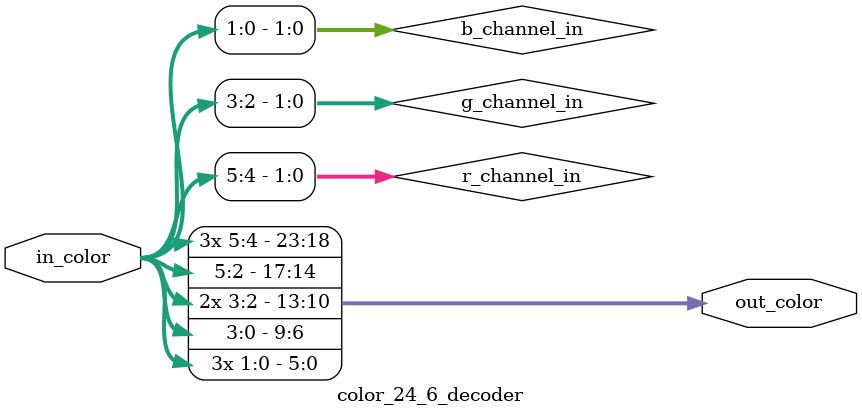
<source format=sv>
module color_24_6_decoder(in_color, out_color);
    input logic [5:0] in_color;
    output logic [23:0] out_color;
    
    logic [1:0] r_channel_in, g_channel_in, b_channel_in;
    logic [7:0] r_channel_out, g_channel_out, b_channel_out;
    
    assign r_channel_in = in_color[5:4];
    assign g_channel_in = in_color[3:2];
    assign b_channel_in = in_color[1:0];
    
    assign out_color[23:16] = { 4{r_channel_in} };
    assign out_color[15:8] = { 4{g_channel_in} };
    assign out_color[7:0] = { 4{b_channel_in} };
endmodule  // color_24_6_decoder

</source>
